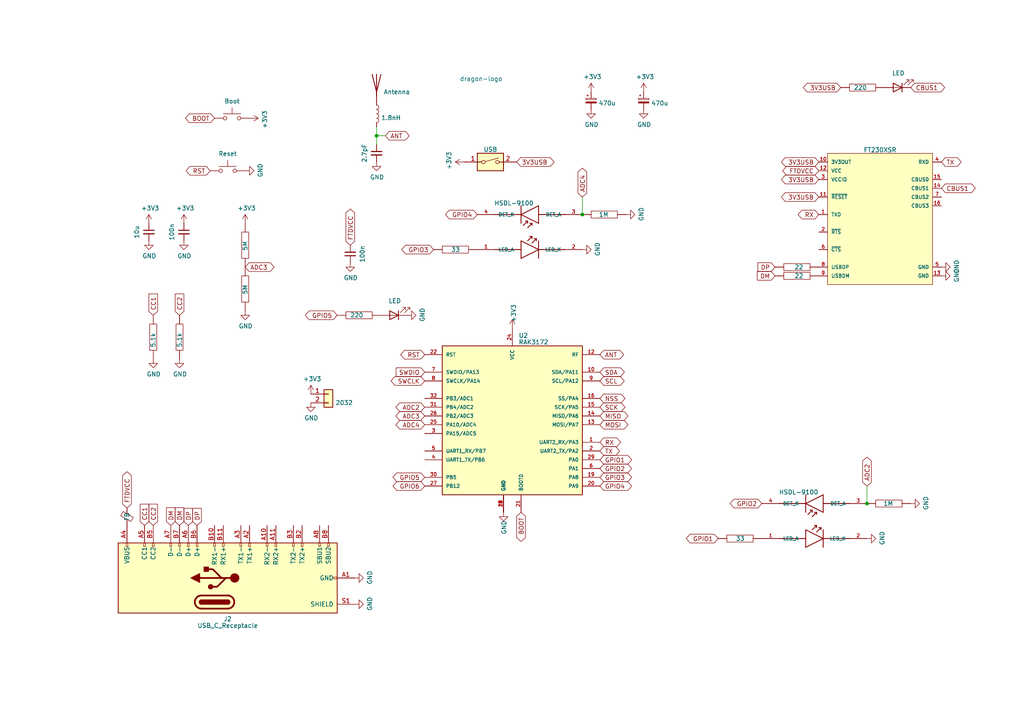
<source format=kicad_sch>
(kicad_sch (version 20230121) (generator eeschema)
  (paper "A4")
  (title_block (title "LetterBox Sensor v2") (rev "8") (comment 1 "RAK3172"))
  (lib_symbols
    (symbol "Connector:USB_C_Receptacle" (pin_names (offset 1.016))
      (property "Reference" "J" (at -10.16 29.21 0))
      (property "Value" "USB_C_Receptacle" (at 10.16 29.21 0))
      (symbol "USB_C_Receptacle_0_0"
        (rectangle (start -0.254 -35.56) (end 0.254 -34.544))
        (rectangle (start 10.16 -32.766) (end 9.144 -33.274))
        (rectangle (start 10.16 -30.226) (end 9.144 -30.734))
        (rectangle (start 10.16 -25.146) (end 9.144 -25.654))
        (rectangle (start 10.16 -22.606) (end 9.144 -23.114))
        (rectangle (start 10.16 -17.526) (end 9.144 -18.034))
        (rectangle (start 10.16 -14.986) (end 9.144 -15.494))
        (rectangle (start 10.16 -9.906) (end 9.144 -10.414))
        (rectangle (start 10.16 -7.366) (end 9.144 -7.874))
        (rectangle (start 10.16 -2.286) (end 9.144 -2.794))
        (rectangle (start 10.16 0.254) (end 9.144 -0.254))
        (rectangle (start 10.16 5.334) (end 9.144 4.826))
        (rectangle (start 10.16 7.874) (end 9.144 7.366))
        (rectangle (start 10.16 10.414) (end 9.144 9.906))
        (rectangle (start 10.16 12.954) (end 9.144 12.446))
        (rectangle (start 10.16 18.034) (end 9.144 17.526))
        (rectangle (start 10.16 20.574) (end 9.144 20.066))
        (rectangle (start 10.16 25.654) (end 9.144 25.146))
      )
      (symbol "USB_C_Receptacle_0_1"
        (rectangle (start -10.16 27.94) (end 10.16 -35.56) (stroke (width 0.254)) (fill (type background)))
        (arc (start -8.89 -3.81) (mid -6.985 -5.7067) (end -5.08 -3.81) (stroke (width 0.508)))
        (arc (start -7.62 -3.81) (mid -6.985 -4.4423) (end -6.35 -3.81) (stroke (width 0.254)))
        (arc (start -7.62 -3.81) (mid -6.985 -4.4423) (end -6.35 -3.81) (stroke (width 0.254)) (fill (type outline)))
        (rectangle (start -7.62 -3.81) (end -6.35 3.81) (stroke (width 0.254)) (fill (type outline)))
        (arc (start -6.35 3.81) (mid -6.985 4.4423) (end -7.62 3.81) (stroke (width 0.254)))
        (arc (start -6.35 3.81) (mid -6.985 4.4423) (end -7.62 3.81) (stroke (width 0.254)) (fill (type outline)))
        (arc (start -5.08 3.81) (mid -6.985 5.7067) (end -8.89 3.81) (stroke (width 0.508)))
        (polyline (pts (xy -8.89 -3.81) (xy -8.89 3.81)) (stroke (width 0.508)))
        (polyline (pts (xy -5.08 3.81) (xy -5.08 -3.81)) (stroke (width 0.508)))
      )
      (symbol "USB_C_Receptacle_1_1"
        (circle (center -2.54 1.143) (radius 0.635) (stroke (width 0.254)) (fill (type outline)))
        (circle (center 0 -5.842) (radius 1.27) (fill (type outline)))
        (polyline (pts (xy 0 -5.842) (xy 0 4.318)) (stroke (width 0.508)))
        (polyline (pts (xy 0 -3.302) (xy -2.54 -0.762) (xy -2.54 0.508)) (stroke (width 0.508)))
        (polyline (pts (xy 0 -2.032) (xy 2.54 0.508) (xy 2.54 1.778)) (stroke (width 0.508)))
        (polyline (pts (xy -1.27 4.318) (xy 0 6.858) (xy 1.27 4.318) (xy -1.27 4.318)) (stroke (width 0.254)) (fill (type outline)))
        (rectangle (start 1.905 1.778) (end 3.175 3.048) (stroke (width 0.254)) (fill (type outline)))
        (pin passive line (at 0 -40.64 90) (length 5.08) (name "GND") (number "A1"))
        (pin bidirectional line (at 15.24 -15.24 180) (length 5.08) (name "RX2-") (number "A10"))
        (pin bidirectional line (at 15.24 -17.78 180) (length 5.08) (name "RX2+") (number "A11"))
        (pin passive line (at 0 -40.64 90) (length 5.08) hide (name "GND") (number "A12"))
        (pin bidirectional line (at 15.24 -10.16 180) (length 5.08) (name "TX1+") (number "A2"))
        (pin bidirectional line (at 15.24 -7.62 180) (length 5.08) (name "TX1-") (number "A3"))
        (pin passive line (at 15.24 25.4 180) (length 5.08) (name "VBUS") (number "A4"))
        (pin bidirectional line (at 15.24 20.32 180) (length 5.08) (name "CC1") (number "A5"))
        (pin bidirectional line (at 15.24 7.62 180) (length 5.08) (name "D+") (number "A6"))
        (pin bidirectional line (at 15.24 12.7 180) (length 5.08) (name "D-") (number "A7"))
        (pin bidirectional line (at 15.24 -30.48 180) (length 5.08) (name "SBU1") (number "A8"))
        (pin passive line (at 15.24 25.4 180) (length 5.08) hide (name "VBUS") (number "A9"))
        (pin passive line (at 0 -40.64 90) (length 5.08) hide (name "GND") (number "B1"))
        (pin bidirectional line (at 15.24 0 180) (length 5.08) (name "RX1-") (number "B10"))
        (pin bidirectional line (at 15.24 -2.54 180) (length 5.08) (name "RX1+") (number "B11"))
        (pin passive line (at 0 -40.64 90) (length 5.08) hide (name "GND") (number "B12"))
        (pin bidirectional line (at 15.24 -25.4 180) (length 5.08) (name "TX2+") (number "B2"))
        (pin bidirectional line (at 15.24 -22.86 180) (length 5.08) (name "TX2-") (number "B3"))
        (pin passive line (at 15.24 25.4 180) (length 5.08) hide (name "VBUS") (number "B4"))
        (pin bidirectional line (at 15.24 17.78 180) (length 5.08) (name "CC2") (number "B5"))
        (pin bidirectional line (at 15.24 5.08 180) (length 5.08) (name "D+") (number "B6"))
        (pin bidirectional line (at 15.24 10.16 180) (length 5.08) (name "D-") (number "B7"))
        (pin bidirectional line (at 15.24 -33.02 180) (length 5.08) (name "SBU2") (number "B8"))
        (pin passive line (at 15.24 25.4 180) (length 5.08) hide (name "VBUS") (number "B9"))
        (pin passive line (at -7.62 -40.64 90) (length 5.08) (name "SHIELD") (number "S1"))
      )
    )
    (symbol "Connector_Generic:Conn_01x02" (pin_names (offset 1.016) hide)
      (property "Reference" "J" (at 0 2.54 0))
      (property "Value" "Conn_01x02" (at 0 -5.08 0))
      (symbol "Conn_01x02_1_1"
        (rectangle (start -1.27 -2.413) (end 0 -2.667) (stroke (width 0.1524)))
        (rectangle (start -1.27 0.127) (end 0 -0.127) (stroke (width 0.1524)))
        (rectangle (start -1.27 1.27) (end 1.27 -3.81) (stroke (width 0.254)) (fill (type background)))
        (pin passive line (at -5.08 0 0) (length 3.81) (name "Pin_1") (number "1"))
        (pin passive line (at -5.08 -2.54 0) (length 3.81) (name "Pin_2") (number "2"))
      )
    )
    (symbol "Device:Antenna" (pin_numbers hide) (pin_names (offset 1.016) hide)
      (property "Reference" "AE" (at -1.905 1.905 0))
      (property "Value" "Antenna" (at -1.905 0 0))
      (symbol "Antenna_0_1"
        (polyline (pts (xy 0 2.54) (xy 0 -3.81)) (stroke (width 0.254)))
        (polyline (pts (xy 1.27 2.54) (xy 0 -2.54) (xy -1.27 2.54)) (stroke (width 0.254)))
      )
      (symbol "Antenna_1_1"
        (pin input line (at 0 -5.08 90) (length 2.54) (name "A") (number "1"))
      )
    )
    (symbol "Device:C_Polarized_Small" (pin_numbers hide) (pin_names (offset 0.254) hide)
      (property "Reference" "C" (at 0.254 1.778 0))
      (property "Value" "C_Polarized_Small" (at 0.254 -2.032 0))
      (symbol "C_Polarized_Small_0_1"
        (rectangle (start -1.524 -0.3048) (end 1.524 -0.6858) (fill (type outline)))
        (rectangle (start -1.524 0.6858) (end 1.524 0.3048))
        (polyline (pts (xy -1.27 1.524) (xy -0.762 1.524)))
        (polyline (pts (xy -1.016 1.27) (xy -1.016 1.778)))
      )
      (symbol "C_Polarized_Small_1_1"
        (pin passive line (at 0 2.54 270) (length 1.8542) (name "~") (number "1"))
        (pin passive line (at 0 -2.54 90) (length 1.8542) (name "~") (number "2"))
      )
    )
    (symbol "Device:C_Small" (pin_numbers hide) (pin_names (offset 0.254) hide)
      (property "Reference" "C" (at 0.254 1.778 0))
      (property "Value" "C_Small" (at 0.254 -2.032 0))
      (symbol "C_Small_0_1"
        (polyline (pts (xy -1.524 -0.508) (xy 1.524 -0.508)) (stroke (width 0.3302)))
        (polyline (pts (xy -1.524 0.508) (xy 1.524 0.508)) (stroke (width 0.3048)))
      )
      (symbol "C_Small_1_1"
        (pin passive line (at 0 2.54 270) (length 2.032) (name "~") (number "1"))
        (pin passive line (at 0 -2.54 90) (length 2.032) (name "~") (number "2"))
      )
    )
    (symbol "Device:FerriteBead_Small" (pin_numbers hide) (pin_names (offset 0))
      (property "Reference" "FB" (at 1.905 1.27 0))
      (property "Value" "FerriteBead_Small" (at 1.905 -1.27 0))
      (symbol "FerriteBead_Small_0_1"
        (polyline (pts (xy 0 -1.27) (xy 0 -0.7874)))
        (polyline (pts (xy 0 0.889) (xy 0 1.2954)))
        (polyline (pts (xy -1.8288 0.2794) (xy -1.1176 1.4986) (xy 1.8288 -0.2032) (xy 1.1176 -1.4224) (xy -1.8288 0.2794)))
      )
      (symbol "FerriteBead_Small_1_1"
        (pin passive line (at 0 2.54 270) (length 1.27) (name "~") (number "1"))
        (pin passive line (at 0 -2.54 90) (length 1.27) (name "~") (number "2"))
      )
    )
    (symbol "Device:L" (pin_numbers hide) (pin_names (offset 1.016) hide)
      (property "Reference" "L" (at -1.27 0 90))
      (property "Value" "L" (at 1.905 0 90))
      (symbol "L_0_1"
        (arc (start 0 -2.54) (mid 0.6323 -1.905) (end 0 -1.27))
        (arc (start 0 -1.27) (mid 0.6323 -0.635) (end 0 0))
        (arc (start 0 0) (mid 0.6323 0.635) (end 0 1.27))
        (arc (start 0 1.27) (mid 0.6323 1.905) (end 0 2.54))
      )
      (symbol "L_1_1"
        (pin passive line (at 0 3.81 270) (length 1.27) (name "1") (number "1"))
        (pin passive line (at 0 -3.81 90) (length 1.27) (name "2") (number "2"))
      )
    )
    (symbol "Device:LED" (pin_numbers hide) (pin_names (offset 1.016) hide)
      (property "Reference" "D" (at 0 2.54 0))
      (property "Value" "LED" (at 0 -2.54 0))
      (symbol "LED_0_1"
        (polyline (pts (xy -1.27 -1.27) (xy -1.27 1.27)) (stroke (width 0.254)))
        (polyline (pts (xy -1.27 0) (xy 1.27 0)))
        (polyline (pts (xy 1.27 -1.27) (xy 1.27 1.27) (xy -1.27 0) (xy 1.27 -1.27)) (stroke (width 0.254)))
        (polyline (pts (xy -3.048 -0.762) (xy -4.572 -2.286) (xy -3.81 -2.286) (xy -4.572 -2.286) (xy -4.572 -1.524)))
        (polyline (pts (xy -1.778 -0.762) (xy -3.302 -2.286) (xy -2.54 -2.286) (xy -3.302 -2.286) (xy -3.302 -1.524)))
      )
      (symbol "LED_1_1"
        (pin passive line (at -3.81 0 0) (length 2.54) (name "K") (number "1"))
        (pin passive line (at 3.81 0 180) (length 2.54) (name "A") (number "2"))
      )
    )
    (symbol "Letterbox_Sensor:RAK3172" (pin_names (offset 1.016))
      (property "Reference" "U" (at 0 0 0))
      (property "Value" "RAK3172" (at 20.32 19.05 0))
      (symbol "RAK3172_0_0"
        (rectangle (start 0 -2.54) (end 40.64 40.64) (stroke (width 0.254)) (fill (type background)))
        (pin bidirectional line (at 45.72 12.7 180) (length 5.08) (name "UART2_RX/PA3") (number "1"))
        (pin bidirectional line (at 45.72 33.02 180) (length 5.08) (name "SDA/PA11") (number "10"))
        (pin power_in line (at 17.78 -7.62 90) (length 5.08) (name "GND") (number "11"))
        (pin output line (at 45.72 38.1 180) (length 5.08) (name "RF") (number "12"))
        (pin bidirectional line (at 45.72 17.78 180) (length 5.08) (name "MOSI/PA7") (number "13"))
        (pin bidirectional line (at 45.72 20.32 180) (length 5.08) (name "MISO/PA6") (number "14"))
        (pin bidirectional line (at 45.72 22.86 180) (length 5.08) (name "SCK/PA5") (number "15"))
        (pin bidirectional line (at 45.72 25.4 180) (length 5.08) (name "SS/PA4") (number "16"))
        (pin power_in line (at 17.78 -7.62 90) (length 5.08) (name "GND") (number "17"))
        (pin power_in line (at 17.78 -7.62 90) (length 5.08) (name "GND") (number "18"))
        (pin bidirectional line (at 45.72 2.54 180) (length 5.08) (name "PA8") (number "19"))
        (pin bidirectional line (at 45.72 10.16 180) (length 5.08) (name "UART2_TX/PA2") (number "2"))
        (pin bidirectional line (at 45.72 0 180) (length 5.08) (name "PA9") (number "20"))
        (pin input line (at 22.86 -7.62 90) (length 5.08) (name "BOOT0") (number "21"))
        (pin input line (at -5.08 38.1 0) (length 5.08) (name "RST") (number "22"))
        (pin power_in line (at 17.78 -7.62 90) (length 5.08) (name "GND") (number "23"))
        (pin power_in line (at 20.32 45.72 270) (length 5.08) (name "VCC") (number "24"))
        (pin bidirectional line (at -5.08 17.78 0) (length 5.08) (name "PA10/ADC4") (number "25"))
        (pin bidirectional line (at -5.08 20.32 0) (length 5.08) (name "PB2/ADC3") (number "26"))
        (pin bidirectional line (at -5.08 0 0) (length 5.08) (name "PB12") (number "27"))
        (pin power_in line (at 17.78 -7.62 90) (length 5.08) (name "GND") (number "28"))
        (pin bidirectional line (at 45.72 7.62 180) (length 5.08) (name "PA0") (number "29"))
        (pin bidirectional line (at -5.08 15.24 0) (length 5.08) (name "PA15/ADC5") (number "3"))
        (pin bidirectional line (at -5.08 2.54 0) (length 5.08) (name "PB5") (number "30"))
        (pin bidirectional line (at -5.08 22.86 0) (length 5.08) (name "PB4/ADC2") (number "31"))
        (pin bidirectional line (at -5.08 25.4 0) (length 5.08) (name "PB3/ADC1") (number "32"))
        (pin bidirectional line (at -5.08 7.62 0) (length 5.08) (name "UART1_TX/PB6") (number "4"))
        (pin bidirectional line (at -5.08 10.16 0) (length 5.08) (name "UART1_RX/PB7") (number "5"))
        (pin bidirectional line (at 45.72 5.08 180) (length 5.08) (name "PA1") (number "6"))
        (pin bidirectional line (at -5.08 33.02 0) (length 5.08) (name "SWDIO/PA13") (number "7"))
        (pin bidirectional line (at -5.08 30.48 0) (length 5.08) (name "SWCLK/PA14") (number "8"))
        (pin bidirectional line (at 45.72 30.48 180) (length 5.08) (name "SCL/PA12") (number "9"))
      )
    )
    (symbol "Letterbox_Sensor:dragon-logo" (in_bom no)
      (property "Value" "dragon-logo" (at 0 0 0))
    )
    (symbol "Switch:SW_DIP_x01" (pin_names (offset 0) hide)
      (property "Reference" "SW" (at 0 3.81 0))
      (property "Value" "SW_DIP_x01" (at 0 -3.81 0))
      (symbol "SW_DIP_x01_0_0"
        (circle (center -2.032 0) (radius 0.508))
        (polyline (pts (xy -1.524 0.127) (xy 2.3622 1.1684)))
        (circle (center 2.032 0) (radius 0.508))
      )
      (symbol "SW_DIP_x01_0_1"
        (rectangle (start -3.81 2.54) (end 3.81 -2.54) (stroke (width 0.254)) (fill (type background)))
      )
      (symbol "SW_DIP_x01_1_1"
        (pin passive line (at -7.62 0 0) (length 5.08) (name "~") (number "1"))
        (pin passive line (at 7.62 0 180) (length 5.08) (name "~") (number "2"))
      )
    )
    (symbol "Switch:SW_Push" (pin_numbers hide) (pin_names (offset 1.016) hide)
      (property "Reference" "SW" (at 1.27 2.54 0))
      (property "Value" "SW_Push" (at 0 -1.524 0))
      (symbol "SW_Push_0_1"
        (circle (center -2.032 0) (radius 0.508))
        (polyline (pts (xy 0 1.27) (xy 0 3.048)))
        (polyline (pts (xy 2.54 1.27) (xy -2.54 1.27)))
        (circle (center 2.032 0) (radius 0.508))
        (pin passive line (at -5.08 0 0) (length 2.54) (name "1") (number "1"))
        (pin passive line (at 5.08 0 180) (length 2.54) (name "2") (number "2"))
      )
    )
    (symbol "letterbox_sensor:FT230XS-R" (pin_names (offset 1.016))
      (property "Reference" "U" (at 0 5.08 0))
      (property "Value" "FT230XS-R" (at 0 7.62 0))
      (symbol "FT230XS-R_1_1"
        (rectangle (start 2.54 2.54) (end 33.02 -35.56) (fill (type background)))
        (pin input line (at 0 -15.24 0) (length 2.54) (name "TXD") (number "1"))
        (pin power_in line (at 0 0 0) (length 2.54) (name "3V3OUT") (number "10"))
        (pin input line (at 0 -10.16 0) (length 2.54) (name "~{RESET}") (number "11"))
        (pin power_in line (at 0 -2.54 0) (length 2.54) (name "VCC") (number "12"))
        (pin power_in line (at 35.56 -33.02 180) (length 2.54) (name "GND") (number "13"))
        (pin bidirectional line (at 35.56 -7.62 180) (length 2.54) (name "CBUS1") (number "14"))
        (pin bidirectional line (at 35.56 -5.08 180) (length 2.54) (name "CBUS0") (number "15"))
        (pin bidirectional line (at 35.56 -12.7 180) (length 2.54) (name "CBUS3") (number "16"))
        (pin input line (at 0 -20.32 0) (length 2.54) (name "~{RTS}") (number "2"))
        (pin power_in line (at 0 -5.08 0) (length 2.54) (name "VCCIO") (number "3"))
        (pin output line (at 35.56 0 180) (length 2.54) (name "RXD") (number "4"))
        (pin power_in line (at 35.56 -30.48 180) (length 2.54) (name "GND") (number "5"))
        (pin input line (at 0 -25.4 0) (length 2.54) (name "~{CTS}") (number "6"))
        (pin bidirectional line (at 35.56 -10.16 180) (length 2.54) (name "CBUS2") (number "7"))
        (pin bidirectional line (at 0 -30.48 0) (length 2.54) (name "USBDP") (number "8"))
        (pin bidirectional line (at 0 -33.02 0) (length 2.54) (name "USBDM") (number "9"))
      )
    )
    (symbol "letterbox_sensor:HSDL-9100" (pin_names (offset 1.016))
      (property "Reference" "D" (at -7.62 -7.62 90))
      (property "Value" "HSDL-9100" (at 10.16 -7.62 90))
      (symbol "HSDL-9100_0_0"
        (polyline (pts (xy -7.62 -2.54) (xy -5.08 -2.54)) (stroke (width 0.254)))
        (polyline (pts (xy -7.62 2.54) (xy -5.08 2.54)) (stroke (width 0.254)))
        (polyline (pts (xy -5.08 -2.54) (xy -7.62 2.54)) (stroke (width 0.254)))
        (polyline (pts (xy -5.08 -2.54) (xy -5.08 -10.16)) (stroke (width 0.254)))
        (polyline (pts (xy -5.08 -2.54) (xy -2.54 -2.54)) (stroke (width 0.254)))
        (polyline (pts (xy -5.08 2.54) (xy -5.08 10.16)) (stroke (width 0.254)))
        (polyline (pts (xy -5.08 2.54) (xy -2.54 2.54)) (stroke (width 0.254)))
        (polyline (pts (xy -3.175 -0.635) (xy -1.905 -1.905)) (stroke (width 0.254)))
        (polyline (pts (xy -2.54 0.635) (xy -1.27 -0.635)) (stroke (width 0.254)))
        (polyline (pts (xy -2.54 2.54) (xy -5.08 -2.54)) (stroke (width 0.254)))
        (polyline (pts (xy -1.905 -1.905) (xy -2.54 -1.905)) (stroke (width 0.254)))
        (polyline (pts (xy -1.905 -1.905) (xy -1.905 -1.27)) (stroke (width 0.254)))
        (polyline (pts (xy -1.27 -0.635) (xy -1.905 -0.635)) (stroke (width 0.254)))
        (polyline (pts (xy -1.27 -0.635) (xy -1.27 0)) (stroke (width 0.254)))
        (polyline (pts (xy 1.27 0.635) (xy 2.54 -0.635)) (stroke (width 0.254)))
        (polyline (pts (xy 1.905 1.905) (xy 3.175 0.635)) (stroke (width 0.254)))
        (polyline (pts (xy 2.54 -2.54) (xy 5.08 -2.54)) (stroke (width 0.254)))
        (polyline (pts (xy 2.54 -0.635) (xy 1.905 -0.635)) (stroke (width 0.254)))
        (polyline (pts (xy 2.54 -0.635) (xy 2.54 0)) (stroke (width 0.254)))
        (polyline (pts (xy 3.175 0.635) (xy 2.54 0.635)) (stroke (width 0.254)))
        (polyline (pts (xy 3.175 0.635) (xy 3.175 1.27)) (stroke (width 0.254)))
        (polyline (pts (xy 5.08 -2.54) (xy 5.08 -10.16)) (stroke (width 0.254)))
        (polyline (pts (xy 5.08 -2.54) (xy 7.62 -2.54)) (stroke (width 0.254)))
        (polyline (pts (xy 5.08 2.54) (xy 2.54 -2.54)) (stroke (width 0.254)))
        (polyline (pts (xy 5.08 2.54) (xy 2.54 2.54)) (stroke (width 0.254)))
        (polyline (pts (xy 5.08 2.54) (xy 5.08 10.16)) (stroke (width 0.254)))
        (polyline (pts (xy 7.62 -2.54) (xy 5.08 2.54)) (stroke (width 0.254)))
        (polyline (pts (xy 7.62 2.54) (xy 5.08 2.54)) (stroke (width 0.254)))
        (pin passive line (at -5.08 15.24 270) (length 5.08) (name "LED_A") (number "1"))
        (pin passive line (at -5.08 -15.24 90) (length 5.08) (name "LED_K") (number "2"))
        (pin passive line (at 5.08 -15.24 90) (length 5.08) (name "DET_A") (number "3"))
        (pin passive line (at 5.08 15.24 270) (length 5.08) (name "DET_K") (number "4"))
      )
    )
    (symbol "letterboxsensor-rescue:R-pspice" (pin_numbers hide) (pin_names (offset 0))
      (property "Reference" "R" (at 2.032 0 90))
      (property "Value" "pspice_R" (at 0 0 90))
      (symbol "R-pspice_0_1"
        (rectangle (start -1.016 3.81) (end 1.016 -3.81))
      )
      (symbol "R-pspice_1_1"
        (pin passive line (at 0 6.35 270) (length 2.54) (name "~") (number "1"))
        (pin passive line (at 0 -6.35 90) (length 2.54) (name "~") (number "2"))
      )
    )
    (symbol "power:+3V3" (power) (pin_names (offset 0))
      (property "Value" "+3V3" (at 0 3.556 0))
      (symbol "+3V3_0_1"
        (polyline (pts (xy -0.762 1.27) (xy 0 2.54)))
        (polyline (pts (xy 0 0) (xy 0 2.54)))
        (polyline (pts (xy 0 2.54) (xy 0.762 1.27)))
      )
      (symbol "+3V3_1_1"
        (pin power_in line (at 0 0 90) (length 0) hide (name "+3V3") (number "1"))
      )
    )
    (symbol "power:GND" (power) (pin_names (offset 0))
      (property "Value" "GND" (at 0 -3.81 0))
      (symbol "GND_0_1"
        (polyline (pts (xy 0 0) (xy 0 -1.27) (xy 1.27 -1.27) (xy 0 -2.54) (xy -1.27 -1.27) (xy 0 -1.27)))
      )
      (symbol "GND_1_1"
        (pin power_in line (at 0 0 270) (length 0) hide (name "GND") (number "1"))
      )
    )
  )
  (junction (at 168.91 62.23))
  (junction (at 109.22 39.37))
  (junction (at 251.46 146.05))
  (wire (pts (xy 168.91 62.23) (xy 168.91 57.15)))
  (wire (pts (xy 109.22 39.37) (xy 111.76 39.37)))
  (wire (pts (xy 251.46 146.05) (xy 251.46 140.97)))
  (wire (pts (xy 109.22 36.83) (xy 109.22 39.37)))
  (wire (pts (xy 109.22 39.37) (xy 109.22 41.91)))
  (global_label "3V3USB" (shape bidirectional) (at 243.84 25.4 180) (property "Intersheetrefs" "${INTERSHEET_REFS}" (effects hide)))
  (global_label "DP" (shape input) (at 224.79 77.47 180) (property "Intersheetrefs" "${INTERSHEET_REFS}" (effects hide)))
  (global_label "ADC3" (shape bidirectional) (at 123.19 120.65 180) (property "Intersheetrefs" "${INTERSHEET_REFS}" (effects hide)))
  (global_label "SWCLK" (shape bidirectional) (at 123.19 110.49 180) (property "Intersheetrefs" "${INTERSHEET_REFS}" (effects hide)))
  (global_label "DM" (shape input) (at 224.79 80.01 180) (property "Intersheetrefs" "${INTERSHEET_REFS}" (effects hide)))
  (global_label "GPIO6" (shape bidirectional) (at 123.19 140.97 180) (property "Intersheetrefs" "${INTERSHEET_REFS}" (effects hide)))
  (global_label "CBUS1" (shape bidirectional) (at 273.05 54.61 0) (property "Intersheetrefs" "${INTERSHEET_REFS}" (effects hide)))
  (global_label "RST" (shape bidirectional) (at 123.19 102.87 180) (property "Intersheetrefs" "${INTERSHEET_REFS}" (effects hide)))
  (global_label "GPIO1" (shape bidirectional) (at 173.99 133.35 0) (property "Intersheetrefs" "${INTERSHEET_REFS}" (effects hide)))
  (global_label "GPIO2" (shape bidirectional) (at 220.98 146.05 180) (property "Intersheetrefs" "${INTERSHEET_REFS}" (effects hide)))
  (global_label "ADC4" (shape bidirectional) (at 123.19 123.19 180) (property "Intersheetrefs" "${INTERSHEET_REFS}" (effects hide)))
  (global_label "BOOT" (shape bidirectional) (at 62.23 34.29 180) (property "Intersheetrefs" "${INTERSHEET_REFS}" (effects hide)))
  (global_label "DM" (shape input) (at 52.07 152.4 90) (property "Intersheetrefs" "${INTERSHEET_REFS}" (effects hide)))
  (global_label "CC1" (shape input) (at 41.91 152.4 90) (property "Intersheetrefs" "${INTERSHEET_REFS}" (effects hide)))
  (global_label "GPIO5" (shape bidirectional) (at 97.79 91.44 180) (property "Intersheetrefs" "${INTERSHEET_REFS}" (effects hide)))
  (global_label "ANT" (shape bidirectional) (at 173.99 102.87 0) (property "Intersheetrefs" "${INTERSHEET_REFS}" (effects hide)))
  (global_label "MISO" (shape bidirectional) (at 173.99 120.65 0) (property "Intersheetrefs" "${INTERSHEET_REFS}" (effects hide)))
  (global_label "ADC3" (shape bidirectional) (at 71.12 77.47 0) (property "Intersheetrefs" "${INTERSHEET_REFS}" (effects hide)))
  (global_label "3V3USB" (shape bidirectional) (at 237.49 52.07 180) (property "Intersheetrefs" "${INTERSHEET_REFS}" (effects hide)))
  (global_label "GPIO3" (shape bidirectional) (at 125.73 72.39 180) (property "Intersheetrefs" "${INTERSHEET_REFS}" (effects hide)))
  (global_label "SDA" (shape bidirectional) (at 173.99 107.95 0) (property "Intersheetrefs" "${INTERSHEET_REFS}" (effects hide)))
  (global_label "CC2" (shape input) (at 44.45 152.4 90) (property "Intersheetrefs" "${INTERSHEET_REFS}" (effects hide)))
  (global_label "ADC2" (shape bidirectional) (at 123.19 118.11 180) (property "Intersheetrefs" "${INTERSHEET_REFS}" (effects hide)))
  (global_label "NSS" (shape bidirectional) (at 173.99 115.57 0) (property "Intersheetrefs" "${INTERSHEET_REFS}" (effects hide)))
  (global_label "GPIO1" (shape bidirectional) (at 208.28 156.21 180) (property "Intersheetrefs" "${INTERSHEET_REFS}" (effects hide)))
  (global_label "RST" (shape bidirectional) (at 60.96 49.53 180) (property "Intersheetrefs" "${INTERSHEET_REFS}" (effects hide)))
  (global_label "GPIO4" (shape bidirectional) (at 173.99 140.97 0) (property "Intersheetrefs" "${INTERSHEET_REFS}" (effects hide)))
  (global_label "DM" (shape input) (at 49.53 152.4 90) (property "Intersheetrefs" "${INTERSHEET_REFS}" (effects hide)))
  (global_label "3V3USB" (shape bidirectional) (at 237.49 57.15 180) (property "Intersheetrefs" "${INTERSHEET_REFS}" (effects hide)))
  (global_label "FTDVCC" (shape bidirectional) (at 101.6 71.12 90) (property "Intersheetrefs" "${INTERSHEET_REFS}" (effects hide)))
  (global_label "ADC4" (shape bidirectional) (at 168.91 57.15 90) (property "Intersheetrefs" "${INTERSHEET_REFS}" (effects hide)))
  (global_label "3V3USB" (shape bidirectional) (at 149.86 46.99 0) (property "Intersheetrefs" "${INTERSHEET_REFS}" (effects hide)))
  (global_label "CC2" (shape input) (at 52.07 91.44 90) (property "Intersheetrefs" "${INTERSHEET_REFS}" (effects hide)))
  (global_label "RX" (shape bidirectional) (at 237.49 62.23 180) (property "Intersheetrefs" "${INTERSHEET_REFS}" (effects hide)))
  (global_label "ADC2" (shape bidirectional) (at 251.46 140.97 90) (property "Intersheetrefs" "${INTERSHEET_REFS}" (effects hide)))
  (global_label "RX" (shape bidirectional) (at 173.99 128.27 0) (property "Intersheetrefs" "${INTERSHEET_REFS}" (effects hide)))
  (global_label "GPIO2" (shape bidirectional) (at 173.99 135.89 0) (property "Intersheetrefs" "${INTERSHEET_REFS}" (effects hide)))
  (global_label "TX" (shape bidirectional) (at 173.99 130.81 0) (property "Intersheetrefs" "${INTERSHEET_REFS}" (effects hide)))
  (global_label "MOSI" (shape bidirectional) (at 173.99 123.19 0) (property "Intersheetrefs" "${INTERSHEET_REFS}" (effects hide)))
  (global_label "CC1" (shape input) (at 44.45 91.44 90) (property "Intersheetrefs" "${INTERSHEET_REFS}" (effects hide)))
  (global_label "FTDVCC" (shape bidirectional) (at 237.49 49.53 180) (property "Intersheetrefs" "${INTERSHEET_REFS}" (effects hide)))
  (global_label "ANT" (shape bidirectional) (at 111.76 39.37 0) (property "Intersheetrefs" "${INTERSHEET_REFS}" (effects hide)))
  (global_label "GPIO5" (shape bidirectional) (at 123.19 138.43 180) (property "Intersheetrefs" "${INTERSHEET_REFS}" (effects hide)))
  (global_label "BOOT" (shape bidirectional) (at 151.13 148.59 270) (property "Intersheetrefs" "${INTERSHEET_REFS}" (effects hide)))
  (global_label "GPIO3" (shape bidirectional) (at 173.99 138.43 0) (property "Intersheetrefs" "${INTERSHEET_REFS}" (effects hide)))
  (global_label "FTDVCC" (shape bidirectional) (at 36.83 147.32 90) (property "Intersheetrefs" "${INTERSHEET_REFS}" (effects hide)))
  (global_label "TX" (shape bidirectional) (at 273.05 46.99 0) (property "Intersheetrefs" "${INTERSHEET_REFS}" (effects hide)))
  (global_label "SCK" (shape bidirectional) (at 173.99 118.11 0) (property "Intersheetrefs" "${INTERSHEET_REFS}" (effects hide)))
  (global_label "3V3USB" (shape bidirectional) (at 237.49 46.99 180) (property "Intersheetrefs" "${INTERSHEET_REFS}" (effects hide)))
  (global_label "DP" (shape input) (at 57.15 152.4 90) (property "Intersheetrefs" "${INTERSHEET_REFS}" (effects hide)))
  (global_label "GPIO4" (shape bidirectional) (at 138.43 62.23 180) (property "Intersheetrefs" "${INTERSHEET_REFS}" (effects hide)))
  (global_label "SCL" (shape bidirectional) (at 173.99 110.49 0) (property "Intersheetrefs" "${INTERSHEET_REFS}" (effects hide)))
  (global_label "DP" (shape input) (at 54.61 152.4 90) (property "Intersheetrefs" "${INTERSHEET_REFS}" (effects hide)))
  (global_label "SWDIO" (shape input) (at 123.19 107.95 180) (property "Intersheetrefs" "${INTERSHEET_REFS}" (effects hide)))
  (global_label "CBUS1" (shape bidirectional) (at 264.16 25.4 0) (property "Intersheetrefs" "${INTERSHEET_REFS}" (effects hide)))
  (symbol (lib_id "power:+3V3") (at 186.69 26.67 0) (unit 1)
    (property "Reference" "#PWR01" (effects hide))
    (property "Value" "+3V3" (at 187.071 22.2758 0))
  )
  (symbol (lib_id "letterbox_sensor:HSDL-9100") (at 153.67 67.31 90) (unit 1)
    (property "Reference" "D1" (effects hide))
    (property "Value" "HSDL-9100" (at 154.813 58.928 90) (effects (justify left)))
    (property "Footprint" "Letterbox_Sensor:Broadcom-HSDL-9100-021-0-0-MFG" (effects hide))
    (property "Datasheet" "Broadcom Limited" (effects hide))
    (property "Feld4" "Proximity sensor [Broadcom] HSDL-9100-021 Proximity sensor" (effects hide))
    (property "Feld5" "SMD-4 Broadcom" (effects hide))
    (property "Feld6" "None" (effects hide))
    (property "Feld7" "HSDL-9100-021" (effects hide))
    (property "Feld8" "Unavailable" (effects hide))
    (property "Field4" "Proximity sensor [Broadcom] HSDL-9100-021 Proximity sensor" (effects hide))
    (property "Field5" "SMD-4 Broadcom" (effects hide))
    (property "Field6" "None" (effects hide))
    (property "Field7" "HSDL-9100-021" (effects hide))
    (property "Field8" "Unavailable" (effects hide))
  )
  (symbol (lib_id "letterboxsensor-rescue:R-pspice") (at 104.14 91.44 90) (unit 1)
    (property "Reference" "R2" (effects hide))
    (property "Value" "220" (at 105.41 91.44 90) (effects (justify left)))
    (property "Footprint" "Resistor_SMD:R_1206_3216Metric" (effects hide))
  )
  (symbol (lib_id "Device:LED") (at 114.3 91.44 180) (unit 1)
    (property "Reference" "D2" (effects hide))
    (property "Value" "LED" (at 114.5032 87.2744 0))
    (property "Footprint" "Letterbox_Sensor:LED_PLCC_2835_Handsoldering" (effects hide))
  )
  (symbol (lib_id "letterboxsensor-rescue:R-pspice") (at 132.08 72.39 270) (unit 1)
    (property "Reference" "R1" (effects hide))
    (property "Value" "33" (at 130.81 72.39 90) (effects (justify left)))
    (property "Footprint" "Resistor_SMD:R_1206_3216Metric" (effects hide))
  )
  (symbol (lib_id "Device:Antenna") (at 109.22 24.13 0) (unit 1)
    (property "Reference" "AE1" (effects hide))
    (property "Value" "Antenna" (at 111.252 26.67 0) (effects (justify left)))
    (property "Footprint" "Letterbox_Sensor:TI-DN024-SL-SHORT" (effects hide))
  )
  (symbol (lib_id "power:GND") (at 186.69 31.75 0) (unit 1)
    (property "Reference" "#PWR03" (effects hide))
    (property "Value" "GND" (at 186.817 36.1442 0))
  )
  (symbol (lib_id "Connector_Generic:Conn_01x02") (at 95.25 114.3 0) (unit 1)
    (property "Reference" "J1" (effects hide))
    (property "Value" "2032" (at 97.282 116.8146 0) (effects (justify left)))
    (property "Footprint" "Letterbox_Sensor:BatteryHolder_MPD_BU2032SM-FH_2032" (effects hide))
  )
  (symbol (lib_id "power:GND") (at 90.17 116.84 0) (unit 1)
    (property "Reference" "#PWR0101" (effects hide))
    (property "Value" "GND" (at 90.297 121.2342 0))
  )
  (symbol (lib_id "power:+3V3") (at 90.17 114.3 0) (unit 1)
    (property "Reference" "#PWR0102" (effects hide))
    (property "Value" "+3V3" (at 90.551 109.9058 0))
  )
  (symbol (lib_id "Device:C_Small") (at 109.22 44.45 0) (unit 1)
    (property "Reference" "C1" (effects hide))
    (property "Value" "2.7pF" (at 105.7148 44.45 90))
    (property "Footprint" "Capacitor_SMD:C_0603_1608Metric_Pad1.08x0.95mm_HandSolder" (effects hide))
  )
  (symbol (lib_id "Device:L") (at 109.22 33.02 0) (unit 1)
    (property "Reference" "L1" (effects hide))
    (property "Value" "1.8nH" (at 110.5662 34.163 0) (effects (justify left)))
    (property "Footprint" "Inductor_SMD:L_0603_1608Metric" (effects hide))
  )
  (symbol (lib_id "power:GND") (at 109.22 46.99 0) (unit 1)
    (property "Reference" "#PWR0105" (effects hide))
    (property "Value" "GND" (at 109.347 51.3842 0))
  )
  (symbol (lib_id "letterboxsensor-rescue:R-pspice") (at 175.26 62.23 90) (unit 1)
    (property "Reference" "R4" (effects hide))
    (property "Value" "1M" (at 176.53 62.23 90) (effects (justify left)))
    (property "Footprint" "Resistor_SMD:R_1206_3216Metric" (effects hide))
  )
  (symbol (lib_id "Switch:SW_Push") (at 66.04 49.53 0) (unit 1)
    (property "Reference" "SW2" (effects hide))
    (property "Value" "Reset" (at 66.04 44.6024 0))
    (property "Footprint" "Letterbox_Sensor:SW_Push_SPST_NO_Alps_SKRK" (effects hide))
  )
  (symbol (lib_id "Device:LED") (at 260.35 25.4 180) (unit 1)
    (property "Reference" "D4" (effects hide))
    (property "Value" "LED" (at 260.5532 21.2344 0))
    (property "Footprint" "Letterbox_Sensor:LED_PLCC_2835_Handsoldering" (effects hide))
  )
  (symbol (lib_id "power:GND") (at 53.34 69.85 0) (unit 1)
    (property "Reference" "#PWR025" (effects hide))
    (property "Value" "GND" (at 53.467 74.2442 0))
  )
  (symbol (lib_id "power:GND") (at 181.61 62.23 90) (unit 1)
    (property "Reference" "#PWR013" (effects hide))
    (property "Value" "GND" (at 186.0042 62.103 0))
  )
  (symbol (lib_id "letterboxsensor-rescue:R-pspice") (at 214.63 156.21 270) (unit 1)
    (property "Reference" "R5" (effects hide))
    (property "Value" "33" (at 213.36 156.21 90) (effects (justify left)))
    (property "Footprint" "Resistor_SMD:R_1206_3216Metric" (effects hide))
  )
  (symbol (lib_id "Letterbox_Sensor:dragon-logo") (at 135.89 30.48 0) (unit 1) (in_bom no)
    (property "Reference" "DRAGON2" (effects hide))
    (property "Value" "dragon-logo" (at 133.35 22.86 0) (effects (justify left)))
    (property "Footprint" "Letterbox_Sensor:Dragon" (effects hide))
  )
  (symbol (lib_id "power:GND") (at 273.05 77.47 90) (unit 1)
    (property "Reference" "#PWR016" (effects hide))
    (property "Value" "GND" (at 277.4442 77.343 0))
  )
  (symbol (lib_id "Device:C_Polarized_Small") (at 186.69 29.21 0) (unit 1)
    (property "Reference" "C2" (effects hide))
    (property "Value" "470u" (at 188.849 29.9412 0) (effects (justify left)))
    (property "Footprint" "Capacitor_Tantalum_SMD:CP_EIA-7343-30_AVX-N_Pad2.25x2.55mm_HandSolder" (effects hide))
  )
  (symbol (lib_id "Device:C_Small") (at 101.6 73.66 180) (unit 1)
    (property "Reference" "C7" (effects hide))
    (property "Value" "100n" (at 105.1052 73.66 90))
    (property "Footprint" "Capacitor_SMD:C_0603_1608Metric_Pad1.08x0.95mm_HandSolder" (effects hide))
  )
  (symbol (lib_id "power:GND") (at 44.45 104.14 0) (unit 1)
    (property "Reference" "#PWR023" (effects hide))
    (property "Value" "GND" (at 44.577 108.5342 0))
  )
  (symbol (lib_id "letterbox_sensor:HSDL-9100") (at 236.22 151.13 90) (unit 1)
    (property "Reference" "D3" (effects hide))
    (property "Value" "HSDL-9100" (at 237.363 142.748 90) (effects (justify left)))
    (property "Footprint" "Letterbox_Sensor:Broadcom-HSDL-9100-021-0-0-MFG" (effects hide))
    (property "Datasheet" "Broadcom Limited" (effects hide))
    (property "Feld4" "Proximity sensor [Broadcom] HSDL-9100-021 Proximity sensor" (effects hide))
    (property "Feld5" "SMD-4 Broadcom" (effects hide))
    (property "Feld6" "None" (effects hide))
    (property "Feld7" "HSDL-9100-021" (effects hide))
    (property "Feld8" "Unavailable" (effects hide))
    (property "Field4" "Proximity sensor [Broadcom] HSDL-9100-021 Proximity sensor" (effects hide))
    (property "Field5" "SMD-4 Broadcom" (effects hide))
    (property "Field6" "None" (effects hide))
    (property "Field7" "HSDL-9100-021" (effects hide))
    (property "Field8" "Unavailable" (effects hide))
  )
  (symbol (lib_id "power:GND") (at 118.11 91.44 90) (unit 1)
    (property "Reference" "#PWR026" (effects hide))
    (property "Value" "GND" (at 122.5042 91.313 0))
  )
  (symbol (lib_id "power:+3V3") (at 71.12 64.77 0) (unit 1)
    (property "Reference" "#PWR07" (effects hide))
    (property "Value" "+3V3" (at 71.501 60.3758 0))
  )
  (symbol (lib_id "power:GND") (at 168.91 72.39 90) (unit 1)
    (property "Reference" "#PWR012" (effects hide))
    (property "Value" "GND" (at 173.3042 72.263 0))
  )
  (symbol (lib_id "power:+3V3") (at 171.45 26.67 0) (unit 1)
    (property "Reference" "#PWR08" (effects hide))
    (property "Value" "+3V3" (at 171.831 22.2758 0))
  )
  (symbol (lib_id "power:GND") (at 251.46 156.21 90) (unit 1)
    (property "Reference" "#PWR014" (effects hide))
    (property "Value" "GND" (at 255.8542 156.083 0))
  )
  (symbol (lib_id "power:GND") (at 101.6 76.2 0) (unit 1)
    (property "Reference" "#PWR018" (effects hide))
    (property "Value" "GND" (at 101.727 80.5942 0))
  )
  (symbol (lib_id "Device:C_Small") (at 53.34 67.31 0) (unit 1)
    (property "Reference" "C4" (effects hide))
    (property "Value" "100n" (at 49.8348 67.31 90))
    (property "Footprint" "Capacitor_SMD:C_0603_1608Metric_Pad1.08x0.95mm_HandSolder" (effects hide))
  )
  (symbol (lib_id "letterboxsensor-rescue:R-pspice") (at 71.12 83.82 180) (unit 1)
    (property "Reference" "R14" (effects hide))
    (property "Value" "5M" (at 71.12 82.55 90) (effects (justify left)))
    (property "Footprint" "Resistor_SMD:R_1206_3216Metric" (effects hide))
  )
  (symbol (lib_id "power:GND") (at 146.05 148.59 0) (unit 1)
    (property "Reference" "#PWR05" (effects hide))
    (property "Value" "GND" (at 146.177 152.9842 90))
  )
  (symbol (lib_id "letterboxsensor-rescue:R-pspice") (at 44.45 97.79 180) (unit 1)
    (property "Reference" "R10" (effects hide))
    (property "Value" "5.1k" (at 44.45 96.52 90) (effects (justify left)))
    (property "Footprint" "Resistor_SMD:R_1206_3216Metric" (effects hide))
  )
  (symbol (lib_id "power:GND") (at 273.05 80.01 90) (unit 1)
    (property "Reference" "#PWR017" (effects hide))
    (property "Value" "GND" (at 277.4442 79.883 0))
  )
  (symbol (lib_id "power:GND") (at 71.12 90.17 0) (unit 1)
    (property "Reference" "#PWR028" (effects hide))
    (property "Value" "GND" (at 71.247 94.5642 0))
  )
  (symbol (lib_id "letterboxsensor-rescue:R-pspice") (at 231.14 77.47 90) (unit 1)
    (property "Reference" "R12" (effects hide))
    (property "Value" "22" (at 233.045 77.47 90) (effects (justify left)))
    (property "Footprint" "Resistor_SMD:R_1206_3216Metric" (effects hide))
  )
  (symbol (lib_id "power:GND") (at 102.87 167.64 90) (unit 1)
    (property "Reference" "#PWR021" (effects hide))
    (property "Value" "GND" (at 107.2642 167.513 0))
  )
  (symbol (lib_id "Switch:SW_Push") (at 67.31 34.29 0) (unit 1)
    (property "Reference" "SW1" (effects hide))
    (property "Value" "Boot" (at 67.31 29.3624 0))
    (property "Footprint" "Letterbox_Sensor:SW_Push_SPST_NO_Alps_SKRK" (effects hide))
  )
  (symbol (lib_id "power:GND") (at 52.07 104.14 0) (unit 1)
    (property "Reference" "#PWR020" (effects hide))
    (property "Value" "GND" (at 52.197 108.5342 0))
  )
  (symbol (lib_id "Switch:SW_DIP_x01") (at 142.24 46.99 0) (unit 1)
    (property "Reference" "JP1" (effects hide))
    (property "Value" "USB" (at 142.24 43.3611 0))
    (property "Footprint" "Button_Switch_SMD:SW_DIP_SPSTx01_Slide_Omron_A6S-110x_W8.9mm_P2.54mm" (effects hide))
  )
  (symbol (lib_id "power:+3V3") (at 53.34 64.77 0) (unit 1)
    (property "Reference" "#PWR024" (effects hide))
    (property "Value" "+3V3" (at 53.721 60.3758 0))
  )
  (symbol (lib_id "letterboxsensor-rescue:R-pspice") (at 257.81 146.05 90) (unit 1)
    (property "Reference" "R7" (effects hide))
    (property "Value" "1M" (at 259.08 146.05 90) (effects (justify left)))
    (property "Footprint" "Resistor_SMD:R_1206_3216Metric" (effects hide))
  )
  (symbol (lib_id "Device:C_Polarized_Small") (at 171.45 29.21 0) (unit 1)
    (property "Reference" "C3" (effects hide))
    (property "Value" "470u" (at 173.609 29.9412 0) (effects (justify left)))
    (property "Footprint" "Capacitor_Tantalum_SMD:CP_EIA-7343-30_AVX-N_Pad2.25x2.55mm_HandSolder" (effects hide))
  )
  (symbol (lib_id "power:+3V3") (at 43.18 64.77 0) (unit 1)
    (property "Reference" "#PWR06" (effects hide))
    (property "Value" "+3V3" (at 43.561 60.3758 0))
  )
  (symbol (lib_id "power:+3V3") (at 148.59 95.25 0) (unit 1)
    (property "Reference" "#PWR02" (effects hide))
    (property "Value" "+3V3" (at 148.971 90.8558 90))
  )
  (symbol (lib_id "letterboxsensor-rescue:R-pspice") (at 231.14 80.01 90) (unit 1)
    (property "Reference" "R13" (effects hide))
    (property "Value" "22" (at 233.045 80.01 90) (effects (justify left)))
    (property "Footprint" "Resistor_SMD:R_1206_3216Metric" (effects hide))
  )
  (symbol (lib_id "letterboxsensor-rescue:R-pspice") (at 250.19 25.4 90) (unit 1)
    (property "Reference" "R8" (effects hide))
    (property "Value" "220" (at 251.46 25.4 90) (effects (justify left)))
    (property "Footprint" "Resistor_SMD:R_1206_3216Metric" (effects hide))
  )
  (symbol (lib_id "Device:C_Small") (at 43.18 67.31 0) (unit 1)
    (property "Reference" "C5" (effects hide))
    (property "Value" "10u" (at 39.6748 67.31 90))
    (property "Footprint" "Capacitor_SMD:C_0603_1608Metric_Pad1.08x0.95mm_HandSolder" (effects hide))
  )
  (symbol (lib_id "Connector:USB_C_Receptacle") (at 62.23 167.64 90) (unit 1)
    (property "Reference" "J2" (at 66.04 179.5225 90))
    (property "Value" "USB_C_Receptacle" (at 66.04 181.4435 90))
    (property "Footprint" "Letterbox_Sensor:USB_C_Receptacle_RAHUC31AUTR" (effects hide))
    (property "Datasheet" "https://www.usb.org/sites/default/files/documents/usb_type-c.zip" (effects hide))
  )
  (symbol (lib_id "power:GND") (at 43.18 69.85 0) (unit 1)
    (property "Reference" "#PWR011" (effects hide))
    (property "Value" "GND" (at 43.307 74.2442 0))
  )
  (symbol (lib_id "power:+3V3") (at 72.39 34.29 270) (unit 1)
    (property "Reference" "#PWR022" (effects hide))
    (property "Value" "+3V3" (at 76.7842 34.671 0))
  )
  (symbol (lib_id "power:GND") (at 71.12 49.53 90) (unit 1)
    (property "Reference" "#PWR010" (effects hide))
    (property "Value" "GND" (at 75.5142 49.403 0))
  )
  (symbol (lib_id "power:GND") (at 264.16 146.05 90) (unit 1)
    (property "Reference" "#PWR015" (effects hide))
    (property "Value" "GND" (at 268.5542 145.923 0))
  )
  (symbol (lib_id "power:+3V3") (at 134.62 46.99 90) (unit 1)
    (property "Reference" "#PWR04" (effects hide))
    (property "Value" "+3V3" (at 130.2258 46.609 0))
  )
  (symbol (lib_id "power:GND") (at 102.87 175.26 90) (unit 1)
    (property "Reference" "#PWR019" (effects hide))
    (property "Value" "GND" (at 107.2642 175.133 0))
  )
  (symbol (lib_id "Letterbox_Sensor:RAK3172") (at 128.27 140.97 0) (unit 1)
    (property "Reference" "U2" (at 150.4189 97.3201 0) (effects (justify left)))
    (property "Value" "RAK3172" (at 150.4189 99.2411 0) (effects (justify left)))
    (property "Footprint" "Letterbox_Sensor:RAK3172" (effects hide))
  )
  (symbol (lib_id "letterboxsensor-rescue:R-pspice") (at 71.12 71.12 180) (unit 1)
    (property "Reference" "R11" (effects hide))
    (property "Value" "5M" (at 71.12 69.85 90) (effects (justify left)))
    (property "Footprint" "Resistor_SMD:R_1206_3216Metric" (effects hide))
  )
  (symbol (lib_id "letterboxsensor-rescue:R-pspice") (at 52.07 97.79 180) (unit 1)
    (property "Reference" "R9" (effects hide))
    (property "Value" "5.1k" (at 52.07 96.52 90) (effects (justify left)))
    (property "Footprint" "Resistor_SMD:R_1206_3216Metric" (effects hide))
  )
  (symbol (lib_id "power:GND") (at 171.45 31.75 0) (unit 1)
    (property "Reference" "#PWR09" (effects hide))
    (property "Value" "GND" (at 171.577 36.1442 0))
  )
  (symbol (lib_id "letterbox_sensor:FT230XS-R") (at 237.49 46.99 0) (unit 1)
    (property "Reference" "U3" (effects hide))
    (property "Value" "FT230XSR" (at 255.27 43.4881 0))
    (property "Footprint" "Letterbox_Sensor:FTDI-SSOP-16-0-0-IPC_A" (effects hide))
    (property "Datasheet" "https://www.ftdichip.com/Support/Documents/DataSheets/ICs/DS_FT230X.pdf" (effects hide))
    (property "ambient temperature range high" "+85°C" (effects hide))
    (property "ambient temperature range low" "-40°C" (effects hide))
    (property "automotive" "No" (effects hide))
    (property "category" "IC" (effects hide))
    (property "device class L1" "Integrated Circuits (ICs)" (effects hide))
    (property "device class L2" "Interface ICs" (effects hide))
    (property "device class L3" "Controllers" (effects hide))
    (property "digikey description" "IC USB SERIAL BASIC UART 16SSOP" (effects hide))
    (property "digikey part number" "768-1135-1-ND" (effects hide))
    (property "footprint url" "https://www.ftdichip.com/Support/Documents/TechnicalNotes/TN_166%20FTDI%20Example%20IC%20PCB%20Footprints.pdf" (effects hide))
    (property "function" "USB to UART" (effects hide))
    (property "height" "0.069inch" (effects hide))
    (property "interface" "UART,USB" (effects hide))
    (property "ipc land pattern name" "SOP64P599X155-16" (effects hide))
    (property "lead free" "Yes" (effects hide))
    (property "library id" "1b64b054a3999104" (effects hide))
    (property "manufacturer" "FTDI" (effects hide))
    (property "max supply voltage" "5.5V" (effects hide))
    (property "min supply voltage" "1.62V" (effects hide))
    (property "mouser part number" "895-FT230XS-R" (effects hide))
    (property "nominal supply current" "8mA" (effects hide))
    (property "package" "SSOP16" (effects hide))
    (property "rohs" "Yes" (effects hide))
    (property "standoff height" "0.004inch" (effects hide))
    (property "temperature range high" "+85°C" (effects hide))
    (property "temperature range low" "-40°C" (effects hide))
  )
  (symbol (lib_id "Device:FerriteBead_Small") (at 36.83 149.86 0) (unit 1)
    (property "Reference" "FB1" (effects hide))
    (property "Value" "FB" (at 36.83 149.86 90))
    (property "Footprint" "Inductor_SMD:L_0805_2012Metric_Pad1.05x1.20mm_HandSolder" (effects hide))
  )
)
</source>
